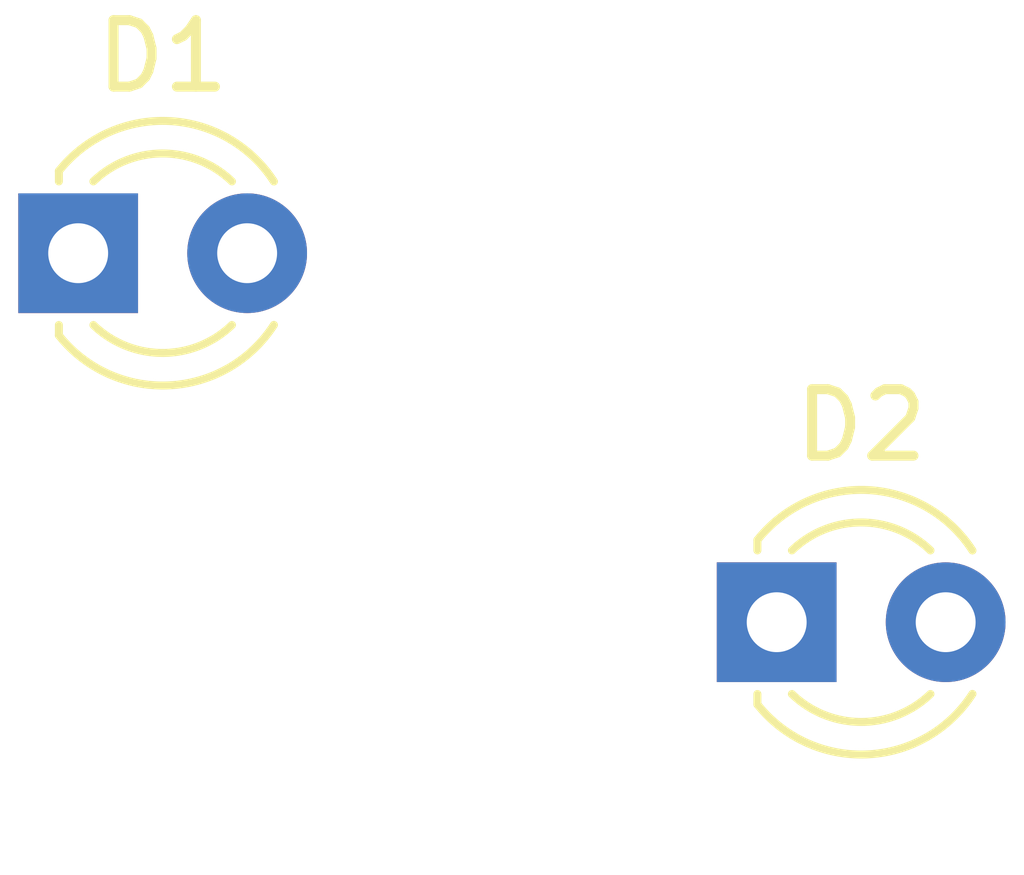
<source format=kicad_pcb>
(kicad_pcb (version 20240108) (generator "pcbnew") (generator_version "8.0")
  (layers (0 "F.Cu" signal) (31 "B.Cu" signal) (34 "B.Paste" user) (35 "F.Paste" user) (36 "B.SilkS" user "B.Silkscreen") (37 "F.SilkS" user "F.Silkscreen") (38 "B.Mask" user) (39 "F.Mask" user) (44 "Edge.Cuts" user))
  (net 0 "")
  (net 2 "Net-(D1-A)")
  (footprint "LED_THT:LED_D3.0mm" (layer "F.Cu") (at 34.71 29.95)
    (property "Reference" "D1" (at 1.27 -2.96 0) (layer "F.SilkS"))
    (property "Value" "LED")
    (fp_line (start -0.29 -1.236) (end -0.29 -1.08) (stroke (width 0.12)) (layer "F.SilkS"))
    (fp_line (start -0.29 1.08) (end -0.29 1.236) (stroke (width 0.12)) (layer "F.SilkS"))
    (fp_arc (start -0.29 -1.235516) (mid 1.366487 -1.987659) (end 2.942335 -1.078608) (stroke (width 0.12)) (layer "F.SilkS"))
    (fp_arc (start 0.229039 -1.08) (mid 1.270117 -1.5) (end 2.31113 -1.079837) (stroke (width 0.12)) (layer "F.SilkS"))
    (fp_arc (start 2.31113 1.079837) (mid 1.270117 1.5) (end 0.229039 1.08) (stroke (width 0.12)) (layer "F.SilkS"))
    (fp_arc (start 2.942335 1.078608) (mid 1.366487 1.987659) (end -0.29 1.235516) (stroke (width 0.12)) (layer "F.SilkS"))
    (pad "1" thru_hole rect (at 0 0) (size 1.8 1.8) (drill 0.9) (layers "*.Cu" "*.Mask"))
    (pad "2" thru_hole circle (at 2.54 0) (size 1.8 1.8) (drill 0.9) (layers "*.Cu" "*.Mask") (net 2 "Net-(D1-A)"))
  )
  (footprint "LED_THT:LED_D3.0mm" (layer "F.Cu") (at 45.21 35.5)
    (property "Reference" "D2" (at 1.27 -2.96 0) (layer "F.SilkS"))
    (property "Value" "LED")
    (fp_line (start -0.29 -1.236) (end -0.29 -1.08) (stroke (width 0.12)) (layer "F.SilkS"))
    (fp_line (start -0.29 1.08) (end -0.29 1.236) (stroke (width 0.12)) (layer "F.SilkS"))
    (fp_arc (start -0.29 -1.235516) (mid 1.366487 -1.987659) (end 2.942335 -1.078608) (stroke (width 0.12)) (layer "F.SilkS"))
    (fp_arc (start 0.229039 -1.08) (mid 1.270117 -1.5) (end 2.31113 -1.079837) (stroke (width 0.12)) (layer "F.SilkS"))
    (fp_arc (start 2.31113 1.079837) (mid 1.270117 1.5) (end 0.229039 1.08) (stroke (width 0.12)) (layer "F.SilkS"))
    (fp_arc (start 2.942335 1.078608) (mid 1.366487 1.987659) (end -0.29 1.235516) (stroke (width 0.12)) (layer "F.SilkS"))
    (pad "1" thru_hole rect (at 0 0) (size 1.8 1.8) (drill 0.9) (layers "*.Cu" "*.Mask") (net 2 "Net-(D1-A)"))
    (pad "2" thru_hole circle (at 2.54 0) (size 1.8 1.8) (drill 0.9) (layers "*.Cu" "*.Mask"))
  )
)
</source>
